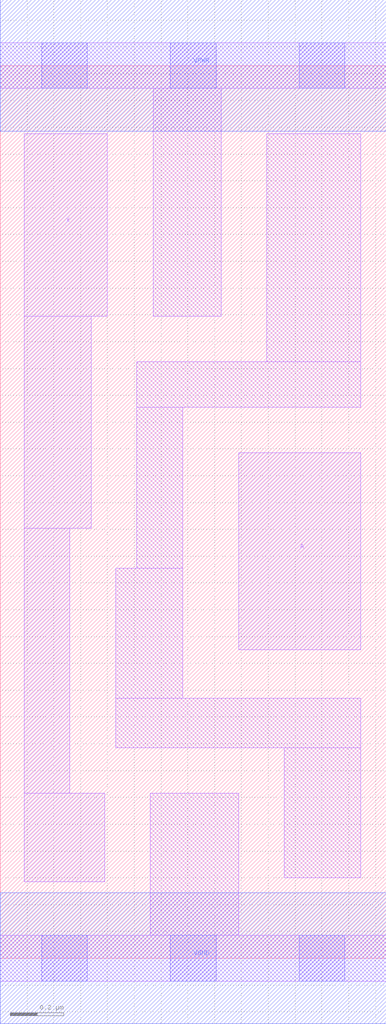
<source format=lef>
# Copyright 2020 The SkyWater PDK Authors
#
# Licensed under the Apache License, Version 2.0 (the "License");
# you may not use this file except in compliance with the License.
# You may obtain a copy of the License at
#
#     https://www.apache.org/licenses/LICENSE-2.0
#
# Unless required by applicable law or agreed to in writing, software
# distributed under the License is distributed on an "AS IS" BASIS,
# WITHOUT WARRANTIES OR CONDITIONS OF ANY KIND, either express or implied.
# See the License for the specific language governing permissions and
# limitations under the License.
#
# SPDX-License-Identifier: Apache-2.0

VERSION 5.7 ;
  NOWIREEXTENSIONATPIN ON ;
  DIVIDERCHAR "/" ;
  BUSBITCHARS "[]" ;
UNITS
  DATABASE MICRONS 200 ;
END UNITS
MACRO sky130_fd_sc_lp__busreceiver_0
  CLASS CORE ;
  FOREIGN sky130_fd_sc_lp__busreceiver_0 ;
  ORIGIN  0.000000  0.000000 ;
  SIZE  1.440000 BY  3.330000 ;
  SYMMETRY X Y ;
  SITE unit ;
  PIN A
    ANTENNAGATEAREA  0.126000 ;
    DIRECTION INPUT ;
    USE SIGNAL ;
    PORT
      LAYER li1 ;
        RECT 0.890000 1.150000 1.345000 1.885000 ;
    END
  END A
  PIN X
    ANTENNADIFFAREA  0.280900 ;
    DIRECTION OUTPUT ;
    USE SIGNAL ;
    PORT
      LAYER li1 ;
        RECT 0.090000 0.285000 0.390000 0.615000 ;
        RECT 0.090000 0.615000 0.260000 1.605000 ;
        RECT 0.090000 1.605000 0.340000 2.395000 ;
        RECT 0.090000 2.395000 0.400000 3.075000 ;
    END
  END X
  PIN VGND
    DIRECTION INOUT ;
    USE GROUND ;
    PORT
      LAYER met1 ;
        RECT 0.000000 -0.245000 1.440000 0.245000 ;
    END
  END VGND
  PIN VPWR
    DIRECTION INOUT ;
    USE POWER ;
    PORT
      LAYER met1 ;
        RECT 0.000000 3.085000 1.440000 3.575000 ;
    END
  END VPWR
  OBS
    LAYER li1 ;
      RECT 0.000000 -0.085000 1.440000 0.085000 ;
      RECT 0.000000  3.245000 1.440000 3.415000 ;
      RECT 0.430000  0.785000 1.345000 0.970000 ;
      RECT 0.430000  0.970000 0.680000 1.455000 ;
      RECT 0.510000  1.455000 0.680000 2.055000 ;
      RECT 0.510000  2.055000 1.345000 2.225000 ;
      RECT 0.560000  0.085000 0.890000 0.615000 ;
      RECT 0.570000  2.395000 0.825000 3.245000 ;
      RECT 0.995000  2.225000 1.345000 3.075000 ;
      RECT 1.060000  0.300000 1.345000 0.785000 ;
    LAYER mcon ;
      RECT 0.155000 -0.085000 0.325000 0.085000 ;
      RECT 0.155000  3.245000 0.325000 3.415000 ;
      RECT 0.635000 -0.085000 0.805000 0.085000 ;
      RECT 0.635000  3.245000 0.805000 3.415000 ;
      RECT 1.115000 -0.085000 1.285000 0.085000 ;
      RECT 1.115000  3.245000 1.285000 3.415000 ;
  END
END sky130_fd_sc_lp__busreceiver_0
END LIBRARY

</source>
